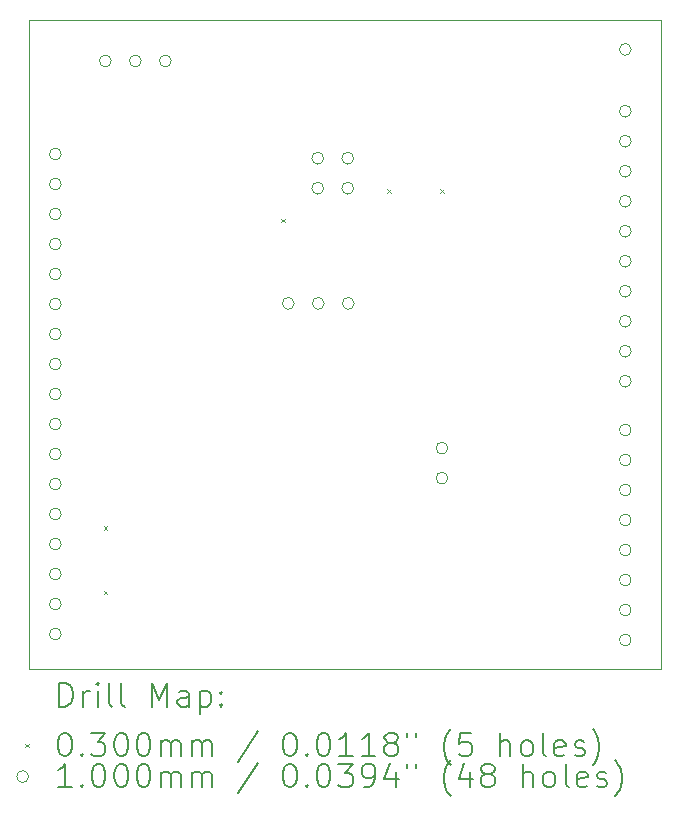
<source format=gbr>
%TF.GenerationSoftware,KiCad,Pcbnew,8.0.5*%
%TF.CreationDate,2024-10-30T21:55:21+01:00*%
%TF.ProjectId,p_ytka,70427974-6b61-42e6-9b69-6361645f7063,rev?*%
%TF.SameCoordinates,Original*%
%TF.FileFunction,Drillmap*%
%TF.FilePolarity,Positive*%
%FSLAX45Y45*%
G04 Gerber Fmt 4.5, Leading zero omitted, Abs format (unit mm)*
G04 Created by KiCad (PCBNEW 8.0.5) date 2024-10-30 21:55:21*
%MOMM*%
%LPD*%
G01*
G04 APERTURE LIST*
%ADD10C,0.050000*%
%ADD11C,0.200000*%
%ADD12C,0.100000*%
G04 APERTURE END LIST*
D10*
X10250000Y-4800000D02*
X15600000Y-4800000D01*
X15600000Y-10300000D01*
X10250000Y-10300000D01*
X10250000Y-4800000D01*
D11*
D12*
X10885000Y-9085000D02*
X10915000Y-9115000D01*
X10915000Y-9085000D02*
X10885000Y-9115000D01*
X10885000Y-9631250D02*
X10915000Y-9661250D01*
X10915000Y-9631250D02*
X10885000Y-9661250D01*
X12385000Y-6485000D02*
X12415000Y-6515000D01*
X12415000Y-6485000D02*
X12385000Y-6515000D01*
X13285000Y-6235000D02*
X13315000Y-6265000D01*
X13315000Y-6235000D02*
X13285000Y-6265000D01*
X13735000Y-6235000D02*
X13765000Y-6265000D01*
X13765000Y-6235000D02*
X13735000Y-6265000D01*
X10524000Y-5936000D02*
G75*
G02*
X10424000Y-5936000I-50000J0D01*
G01*
X10424000Y-5936000D02*
G75*
G02*
X10524000Y-5936000I50000J0D01*
G01*
X10524000Y-6190000D02*
G75*
G02*
X10424000Y-6190000I-50000J0D01*
G01*
X10424000Y-6190000D02*
G75*
G02*
X10524000Y-6190000I50000J0D01*
G01*
X10524000Y-6444000D02*
G75*
G02*
X10424000Y-6444000I-50000J0D01*
G01*
X10424000Y-6444000D02*
G75*
G02*
X10524000Y-6444000I50000J0D01*
G01*
X10524000Y-6698000D02*
G75*
G02*
X10424000Y-6698000I-50000J0D01*
G01*
X10424000Y-6698000D02*
G75*
G02*
X10524000Y-6698000I50000J0D01*
G01*
X10524000Y-6952000D02*
G75*
G02*
X10424000Y-6952000I-50000J0D01*
G01*
X10424000Y-6952000D02*
G75*
G02*
X10524000Y-6952000I50000J0D01*
G01*
X10524000Y-7206000D02*
G75*
G02*
X10424000Y-7206000I-50000J0D01*
G01*
X10424000Y-7206000D02*
G75*
G02*
X10524000Y-7206000I50000J0D01*
G01*
X10524000Y-7460000D02*
G75*
G02*
X10424000Y-7460000I-50000J0D01*
G01*
X10424000Y-7460000D02*
G75*
G02*
X10524000Y-7460000I50000J0D01*
G01*
X10524000Y-7714000D02*
G75*
G02*
X10424000Y-7714000I-50000J0D01*
G01*
X10424000Y-7714000D02*
G75*
G02*
X10524000Y-7714000I50000J0D01*
G01*
X10524000Y-7968000D02*
G75*
G02*
X10424000Y-7968000I-50000J0D01*
G01*
X10424000Y-7968000D02*
G75*
G02*
X10524000Y-7968000I50000J0D01*
G01*
X10524000Y-8222000D02*
G75*
G02*
X10424000Y-8222000I-50000J0D01*
G01*
X10424000Y-8222000D02*
G75*
G02*
X10524000Y-8222000I50000J0D01*
G01*
X10524000Y-8476000D02*
G75*
G02*
X10424000Y-8476000I-50000J0D01*
G01*
X10424000Y-8476000D02*
G75*
G02*
X10524000Y-8476000I50000J0D01*
G01*
X10524000Y-8730000D02*
G75*
G02*
X10424000Y-8730000I-50000J0D01*
G01*
X10424000Y-8730000D02*
G75*
G02*
X10524000Y-8730000I50000J0D01*
G01*
X10524000Y-8984000D02*
G75*
G02*
X10424000Y-8984000I-50000J0D01*
G01*
X10424000Y-8984000D02*
G75*
G02*
X10524000Y-8984000I50000J0D01*
G01*
X10524000Y-9238000D02*
G75*
G02*
X10424000Y-9238000I-50000J0D01*
G01*
X10424000Y-9238000D02*
G75*
G02*
X10524000Y-9238000I50000J0D01*
G01*
X10524000Y-9492000D02*
G75*
G02*
X10424000Y-9492000I-50000J0D01*
G01*
X10424000Y-9492000D02*
G75*
G02*
X10524000Y-9492000I50000J0D01*
G01*
X10524000Y-9746000D02*
G75*
G02*
X10424000Y-9746000I-50000J0D01*
G01*
X10424000Y-9746000D02*
G75*
G02*
X10524000Y-9746000I50000J0D01*
G01*
X10524000Y-10000000D02*
G75*
G02*
X10424000Y-10000000I-50000J0D01*
G01*
X10424000Y-10000000D02*
G75*
G02*
X10524000Y-10000000I50000J0D01*
G01*
X10947500Y-5147400D02*
G75*
G02*
X10847500Y-5147400I-50000J0D01*
G01*
X10847500Y-5147400D02*
G75*
G02*
X10947500Y-5147400I50000J0D01*
G01*
X11201500Y-5147400D02*
G75*
G02*
X11101500Y-5147400I-50000J0D01*
G01*
X11101500Y-5147400D02*
G75*
G02*
X11201500Y-5147400I50000J0D01*
G01*
X11455500Y-5147400D02*
G75*
G02*
X11355500Y-5147400I-50000J0D01*
G01*
X11355500Y-5147400D02*
G75*
G02*
X11455500Y-5147400I50000J0D01*
G01*
X12496000Y-7200000D02*
G75*
G02*
X12396000Y-7200000I-50000J0D01*
G01*
X12396000Y-7200000D02*
G75*
G02*
X12496000Y-7200000I50000J0D01*
G01*
X12746000Y-5971000D02*
G75*
G02*
X12646000Y-5971000I-50000J0D01*
G01*
X12646000Y-5971000D02*
G75*
G02*
X12746000Y-5971000I50000J0D01*
G01*
X12746000Y-6225000D02*
G75*
G02*
X12646000Y-6225000I-50000J0D01*
G01*
X12646000Y-6225000D02*
G75*
G02*
X12746000Y-6225000I50000J0D01*
G01*
X12750000Y-7200000D02*
G75*
G02*
X12650000Y-7200000I-50000J0D01*
G01*
X12650000Y-7200000D02*
G75*
G02*
X12750000Y-7200000I50000J0D01*
G01*
X13000000Y-5971000D02*
G75*
G02*
X12900000Y-5971000I-50000J0D01*
G01*
X12900000Y-5971000D02*
G75*
G02*
X13000000Y-5971000I50000J0D01*
G01*
X13000000Y-6225000D02*
G75*
G02*
X12900000Y-6225000I-50000J0D01*
G01*
X12900000Y-6225000D02*
G75*
G02*
X13000000Y-6225000I50000J0D01*
G01*
X13004000Y-7200000D02*
G75*
G02*
X12904000Y-7200000I-50000J0D01*
G01*
X12904000Y-7200000D02*
G75*
G02*
X13004000Y-7200000I50000J0D01*
G01*
X13797500Y-8425000D02*
G75*
G02*
X13697500Y-8425000I-50000J0D01*
G01*
X13697500Y-8425000D02*
G75*
G02*
X13797500Y-8425000I50000J0D01*
G01*
X13797500Y-8679000D02*
G75*
G02*
X13697500Y-8679000I-50000J0D01*
G01*
X13697500Y-8679000D02*
G75*
G02*
X13797500Y-8679000I50000J0D01*
G01*
X15350000Y-5050000D02*
G75*
G02*
X15250000Y-5050000I-50000J0D01*
G01*
X15250000Y-5050000D02*
G75*
G02*
X15350000Y-5050000I50000J0D01*
G01*
X15350000Y-5573000D02*
G75*
G02*
X15250000Y-5573000I-50000J0D01*
G01*
X15250000Y-5573000D02*
G75*
G02*
X15350000Y-5573000I50000J0D01*
G01*
X15350000Y-5827000D02*
G75*
G02*
X15250000Y-5827000I-50000J0D01*
G01*
X15250000Y-5827000D02*
G75*
G02*
X15350000Y-5827000I50000J0D01*
G01*
X15350000Y-6081000D02*
G75*
G02*
X15250000Y-6081000I-50000J0D01*
G01*
X15250000Y-6081000D02*
G75*
G02*
X15350000Y-6081000I50000J0D01*
G01*
X15350000Y-6335000D02*
G75*
G02*
X15250000Y-6335000I-50000J0D01*
G01*
X15250000Y-6335000D02*
G75*
G02*
X15350000Y-6335000I50000J0D01*
G01*
X15350000Y-6589000D02*
G75*
G02*
X15250000Y-6589000I-50000J0D01*
G01*
X15250000Y-6589000D02*
G75*
G02*
X15350000Y-6589000I50000J0D01*
G01*
X15350000Y-6843000D02*
G75*
G02*
X15250000Y-6843000I-50000J0D01*
G01*
X15250000Y-6843000D02*
G75*
G02*
X15350000Y-6843000I50000J0D01*
G01*
X15350000Y-7097000D02*
G75*
G02*
X15250000Y-7097000I-50000J0D01*
G01*
X15250000Y-7097000D02*
G75*
G02*
X15350000Y-7097000I50000J0D01*
G01*
X15350000Y-7351000D02*
G75*
G02*
X15250000Y-7351000I-50000J0D01*
G01*
X15250000Y-7351000D02*
G75*
G02*
X15350000Y-7351000I50000J0D01*
G01*
X15350000Y-7605000D02*
G75*
G02*
X15250000Y-7605000I-50000J0D01*
G01*
X15250000Y-7605000D02*
G75*
G02*
X15350000Y-7605000I50000J0D01*
G01*
X15350000Y-7859000D02*
G75*
G02*
X15250000Y-7859000I-50000J0D01*
G01*
X15250000Y-7859000D02*
G75*
G02*
X15350000Y-7859000I50000J0D01*
G01*
X15350000Y-8272000D02*
G75*
G02*
X15250000Y-8272000I-50000J0D01*
G01*
X15250000Y-8272000D02*
G75*
G02*
X15350000Y-8272000I50000J0D01*
G01*
X15350000Y-8526000D02*
G75*
G02*
X15250000Y-8526000I-50000J0D01*
G01*
X15250000Y-8526000D02*
G75*
G02*
X15350000Y-8526000I50000J0D01*
G01*
X15350000Y-8780000D02*
G75*
G02*
X15250000Y-8780000I-50000J0D01*
G01*
X15250000Y-8780000D02*
G75*
G02*
X15350000Y-8780000I50000J0D01*
G01*
X15350000Y-9034000D02*
G75*
G02*
X15250000Y-9034000I-50000J0D01*
G01*
X15250000Y-9034000D02*
G75*
G02*
X15350000Y-9034000I50000J0D01*
G01*
X15350000Y-9288000D02*
G75*
G02*
X15250000Y-9288000I-50000J0D01*
G01*
X15250000Y-9288000D02*
G75*
G02*
X15350000Y-9288000I50000J0D01*
G01*
X15350000Y-9542000D02*
G75*
G02*
X15250000Y-9542000I-50000J0D01*
G01*
X15250000Y-9542000D02*
G75*
G02*
X15350000Y-9542000I50000J0D01*
G01*
X15350000Y-9796000D02*
G75*
G02*
X15250000Y-9796000I-50000J0D01*
G01*
X15250000Y-9796000D02*
G75*
G02*
X15350000Y-9796000I50000J0D01*
G01*
X15350000Y-10050000D02*
G75*
G02*
X15250000Y-10050000I-50000J0D01*
G01*
X15250000Y-10050000D02*
G75*
G02*
X15350000Y-10050000I50000J0D01*
G01*
D11*
X10508277Y-10613984D02*
X10508277Y-10413984D01*
X10508277Y-10413984D02*
X10555896Y-10413984D01*
X10555896Y-10413984D02*
X10584467Y-10423508D01*
X10584467Y-10423508D02*
X10603515Y-10442555D01*
X10603515Y-10442555D02*
X10613039Y-10461603D01*
X10613039Y-10461603D02*
X10622563Y-10499698D01*
X10622563Y-10499698D02*
X10622563Y-10528270D01*
X10622563Y-10528270D02*
X10613039Y-10566365D01*
X10613039Y-10566365D02*
X10603515Y-10585412D01*
X10603515Y-10585412D02*
X10584467Y-10604460D01*
X10584467Y-10604460D02*
X10555896Y-10613984D01*
X10555896Y-10613984D02*
X10508277Y-10613984D01*
X10708277Y-10613984D02*
X10708277Y-10480650D01*
X10708277Y-10518746D02*
X10717801Y-10499698D01*
X10717801Y-10499698D02*
X10727324Y-10490174D01*
X10727324Y-10490174D02*
X10746372Y-10480650D01*
X10746372Y-10480650D02*
X10765420Y-10480650D01*
X10832086Y-10613984D02*
X10832086Y-10480650D01*
X10832086Y-10413984D02*
X10822563Y-10423508D01*
X10822563Y-10423508D02*
X10832086Y-10433031D01*
X10832086Y-10433031D02*
X10841610Y-10423508D01*
X10841610Y-10423508D02*
X10832086Y-10413984D01*
X10832086Y-10413984D02*
X10832086Y-10433031D01*
X10955896Y-10613984D02*
X10936848Y-10604460D01*
X10936848Y-10604460D02*
X10927324Y-10585412D01*
X10927324Y-10585412D02*
X10927324Y-10413984D01*
X11060658Y-10613984D02*
X11041610Y-10604460D01*
X11041610Y-10604460D02*
X11032086Y-10585412D01*
X11032086Y-10585412D02*
X11032086Y-10413984D01*
X11289229Y-10613984D02*
X11289229Y-10413984D01*
X11289229Y-10413984D02*
X11355896Y-10556841D01*
X11355896Y-10556841D02*
X11422562Y-10413984D01*
X11422562Y-10413984D02*
X11422562Y-10613984D01*
X11603515Y-10613984D02*
X11603515Y-10509222D01*
X11603515Y-10509222D02*
X11593991Y-10490174D01*
X11593991Y-10490174D02*
X11574943Y-10480650D01*
X11574943Y-10480650D02*
X11536848Y-10480650D01*
X11536848Y-10480650D02*
X11517801Y-10490174D01*
X11603515Y-10604460D02*
X11584467Y-10613984D01*
X11584467Y-10613984D02*
X11536848Y-10613984D01*
X11536848Y-10613984D02*
X11517801Y-10604460D01*
X11517801Y-10604460D02*
X11508277Y-10585412D01*
X11508277Y-10585412D02*
X11508277Y-10566365D01*
X11508277Y-10566365D02*
X11517801Y-10547317D01*
X11517801Y-10547317D02*
X11536848Y-10537793D01*
X11536848Y-10537793D02*
X11584467Y-10537793D01*
X11584467Y-10537793D02*
X11603515Y-10528270D01*
X11698753Y-10480650D02*
X11698753Y-10680650D01*
X11698753Y-10490174D02*
X11717801Y-10480650D01*
X11717801Y-10480650D02*
X11755896Y-10480650D01*
X11755896Y-10480650D02*
X11774943Y-10490174D01*
X11774943Y-10490174D02*
X11784467Y-10499698D01*
X11784467Y-10499698D02*
X11793991Y-10518746D01*
X11793991Y-10518746D02*
X11793991Y-10575889D01*
X11793991Y-10575889D02*
X11784467Y-10594936D01*
X11784467Y-10594936D02*
X11774943Y-10604460D01*
X11774943Y-10604460D02*
X11755896Y-10613984D01*
X11755896Y-10613984D02*
X11717801Y-10613984D01*
X11717801Y-10613984D02*
X11698753Y-10604460D01*
X11879705Y-10594936D02*
X11889229Y-10604460D01*
X11889229Y-10604460D02*
X11879705Y-10613984D01*
X11879705Y-10613984D02*
X11870182Y-10604460D01*
X11870182Y-10604460D02*
X11879705Y-10594936D01*
X11879705Y-10594936D02*
X11879705Y-10613984D01*
X11879705Y-10490174D02*
X11889229Y-10499698D01*
X11889229Y-10499698D02*
X11879705Y-10509222D01*
X11879705Y-10509222D02*
X11870182Y-10499698D01*
X11870182Y-10499698D02*
X11879705Y-10490174D01*
X11879705Y-10490174D02*
X11879705Y-10509222D01*
D12*
X10217500Y-10927500D02*
X10247500Y-10957500D01*
X10247500Y-10927500D02*
X10217500Y-10957500D01*
D11*
X10546372Y-10833984D02*
X10565420Y-10833984D01*
X10565420Y-10833984D02*
X10584467Y-10843508D01*
X10584467Y-10843508D02*
X10593991Y-10853031D01*
X10593991Y-10853031D02*
X10603515Y-10872079D01*
X10603515Y-10872079D02*
X10613039Y-10910174D01*
X10613039Y-10910174D02*
X10613039Y-10957793D01*
X10613039Y-10957793D02*
X10603515Y-10995889D01*
X10603515Y-10995889D02*
X10593991Y-11014936D01*
X10593991Y-11014936D02*
X10584467Y-11024460D01*
X10584467Y-11024460D02*
X10565420Y-11033984D01*
X10565420Y-11033984D02*
X10546372Y-11033984D01*
X10546372Y-11033984D02*
X10527324Y-11024460D01*
X10527324Y-11024460D02*
X10517801Y-11014936D01*
X10517801Y-11014936D02*
X10508277Y-10995889D01*
X10508277Y-10995889D02*
X10498753Y-10957793D01*
X10498753Y-10957793D02*
X10498753Y-10910174D01*
X10498753Y-10910174D02*
X10508277Y-10872079D01*
X10508277Y-10872079D02*
X10517801Y-10853031D01*
X10517801Y-10853031D02*
X10527324Y-10843508D01*
X10527324Y-10843508D02*
X10546372Y-10833984D01*
X10698753Y-11014936D02*
X10708277Y-11024460D01*
X10708277Y-11024460D02*
X10698753Y-11033984D01*
X10698753Y-11033984D02*
X10689229Y-11024460D01*
X10689229Y-11024460D02*
X10698753Y-11014936D01*
X10698753Y-11014936D02*
X10698753Y-11033984D01*
X10774944Y-10833984D02*
X10898753Y-10833984D01*
X10898753Y-10833984D02*
X10832086Y-10910174D01*
X10832086Y-10910174D02*
X10860658Y-10910174D01*
X10860658Y-10910174D02*
X10879705Y-10919698D01*
X10879705Y-10919698D02*
X10889229Y-10929222D01*
X10889229Y-10929222D02*
X10898753Y-10948270D01*
X10898753Y-10948270D02*
X10898753Y-10995889D01*
X10898753Y-10995889D02*
X10889229Y-11014936D01*
X10889229Y-11014936D02*
X10879705Y-11024460D01*
X10879705Y-11024460D02*
X10860658Y-11033984D01*
X10860658Y-11033984D02*
X10803515Y-11033984D01*
X10803515Y-11033984D02*
X10784467Y-11024460D01*
X10784467Y-11024460D02*
X10774944Y-11014936D01*
X11022563Y-10833984D02*
X11041610Y-10833984D01*
X11041610Y-10833984D02*
X11060658Y-10843508D01*
X11060658Y-10843508D02*
X11070182Y-10853031D01*
X11070182Y-10853031D02*
X11079705Y-10872079D01*
X11079705Y-10872079D02*
X11089229Y-10910174D01*
X11089229Y-10910174D02*
X11089229Y-10957793D01*
X11089229Y-10957793D02*
X11079705Y-10995889D01*
X11079705Y-10995889D02*
X11070182Y-11014936D01*
X11070182Y-11014936D02*
X11060658Y-11024460D01*
X11060658Y-11024460D02*
X11041610Y-11033984D01*
X11041610Y-11033984D02*
X11022563Y-11033984D01*
X11022563Y-11033984D02*
X11003515Y-11024460D01*
X11003515Y-11024460D02*
X10993991Y-11014936D01*
X10993991Y-11014936D02*
X10984467Y-10995889D01*
X10984467Y-10995889D02*
X10974944Y-10957793D01*
X10974944Y-10957793D02*
X10974944Y-10910174D01*
X10974944Y-10910174D02*
X10984467Y-10872079D01*
X10984467Y-10872079D02*
X10993991Y-10853031D01*
X10993991Y-10853031D02*
X11003515Y-10843508D01*
X11003515Y-10843508D02*
X11022563Y-10833984D01*
X11213039Y-10833984D02*
X11232086Y-10833984D01*
X11232086Y-10833984D02*
X11251134Y-10843508D01*
X11251134Y-10843508D02*
X11260658Y-10853031D01*
X11260658Y-10853031D02*
X11270182Y-10872079D01*
X11270182Y-10872079D02*
X11279705Y-10910174D01*
X11279705Y-10910174D02*
X11279705Y-10957793D01*
X11279705Y-10957793D02*
X11270182Y-10995889D01*
X11270182Y-10995889D02*
X11260658Y-11014936D01*
X11260658Y-11014936D02*
X11251134Y-11024460D01*
X11251134Y-11024460D02*
X11232086Y-11033984D01*
X11232086Y-11033984D02*
X11213039Y-11033984D01*
X11213039Y-11033984D02*
X11193991Y-11024460D01*
X11193991Y-11024460D02*
X11184467Y-11014936D01*
X11184467Y-11014936D02*
X11174944Y-10995889D01*
X11174944Y-10995889D02*
X11165420Y-10957793D01*
X11165420Y-10957793D02*
X11165420Y-10910174D01*
X11165420Y-10910174D02*
X11174944Y-10872079D01*
X11174944Y-10872079D02*
X11184467Y-10853031D01*
X11184467Y-10853031D02*
X11193991Y-10843508D01*
X11193991Y-10843508D02*
X11213039Y-10833984D01*
X11365420Y-11033984D02*
X11365420Y-10900650D01*
X11365420Y-10919698D02*
X11374943Y-10910174D01*
X11374943Y-10910174D02*
X11393991Y-10900650D01*
X11393991Y-10900650D02*
X11422563Y-10900650D01*
X11422563Y-10900650D02*
X11441610Y-10910174D01*
X11441610Y-10910174D02*
X11451134Y-10929222D01*
X11451134Y-10929222D02*
X11451134Y-11033984D01*
X11451134Y-10929222D02*
X11460658Y-10910174D01*
X11460658Y-10910174D02*
X11479705Y-10900650D01*
X11479705Y-10900650D02*
X11508277Y-10900650D01*
X11508277Y-10900650D02*
X11527324Y-10910174D01*
X11527324Y-10910174D02*
X11536848Y-10929222D01*
X11536848Y-10929222D02*
X11536848Y-11033984D01*
X11632086Y-11033984D02*
X11632086Y-10900650D01*
X11632086Y-10919698D02*
X11641610Y-10910174D01*
X11641610Y-10910174D02*
X11660658Y-10900650D01*
X11660658Y-10900650D02*
X11689229Y-10900650D01*
X11689229Y-10900650D02*
X11708277Y-10910174D01*
X11708277Y-10910174D02*
X11717801Y-10929222D01*
X11717801Y-10929222D02*
X11717801Y-11033984D01*
X11717801Y-10929222D02*
X11727324Y-10910174D01*
X11727324Y-10910174D02*
X11746372Y-10900650D01*
X11746372Y-10900650D02*
X11774943Y-10900650D01*
X11774943Y-10900650D02*
X11793991Y-10910174D01*
X11793991Y-10910174D02*
X11803515Y-10929222D01*
X11803515Y-10929222D02*
X11803515Y-11033984D01*
X12193991Y-10824460D02*
X12022563Y-11081603D01*
X12451134Y-10833984D02*
X12470182Y-10833984D01*
X12470182Y-10833984D02*
X12489229Y-10843508D01*
X12489229Y-10843508D02*
X12498753Y-10853031D01*
X12498753Y-10853031D02*
X12508277Y-10872079D01*
X12508277Y-10872079D02*
X12517801Y-10910174D01*
X12517801Y-10910174D02*
X12517801Y-10957793D01*
X12517801Y-10957793D02*
X12508277Y-10995889D01*
X12508277Y-10995889D02*
X12498753Y-11014936D01*
X12498753Y-11014936D02*
X12489229Y-11024460D01*
X12489229Y-11024460D02*
X12470182Y-11033984D01*
X12470182Y-11033984D02*
X12451134Y-11033984D01*
X12451134Y-11033984D02*
X12432086Y-11024460D01*
X12432086Y-11024460D02*
X12422563Y-11014936D01*
X12422563Y-11014936D02*
X12413039Y-10995889D01*
X12413039Y-10995889D02*
X12403515Y-10957793D01*
X12403515Y-10957793D02*
X12403515Y-10910174D01*
X12403515Y-10910174D02*
X12413039Y-10872079D01*
X12413039Y-10872079D02*
X12422563Y-10853031D01*
X12422563Y-10853031D02*
X12432086Y-10843508D01*
X12432086Y-10843508D02*
X12451134Y-10833984D01*
X12603515Y-11014936D02*
X12613039Y-11024460D01*
X12613039Y-11024460D02*
X12603515Y-11033984D01*
X12603515Y-11033984D02*
X12593991Y-11024460D01*
X12593991Y-11024460D02*
X12603515Y-11014936D01*
X12603515Y-11014936D02*
X12603515Y-11033984D01*
X12736848Y-10833984D02*
X12755896Y-10833984D01*
X12755896Y-10833984D02*
X12774944Y-10843508D01*
X12774944Y-10843508D02*
X12784467Y-10853031D01*
X12784467Y-10853031D02*
X12793991Y-10872079D01*
X12793991Y-10872079D02*
X12803515Y-10910174D01*
X12803515Y-10910174D02*
X12803515Y-10957793D01*
X12803515Y-10957793D02*
X12793991Y-10995889D01*
X12793991Y-10995889D02*
X12784467Y-11014936D01*
X12784467Y-11014936D02*
X12774944Y-11024460D01*
X12774944Y-11024460D02*
X12755896Y-11033984D01*
X12755896Y-11033984D02*
X12736848Y-11033984D01*
X12736848Y-11033984D02*
X12717801Y-11024460D01*
X12717801Y-11024460D02*
X12708277Y-11014936D01*
X12708277Y-11014936D02*
X12698753Y-10995889D01*
X12698753Y-10995889D02*
X12689229Y-10957793D01*
X12689229Y-10957793D02*
X12689229Y-10910174D01*
X12689229Y-10910174D02*
X12698753Y-10872079D01*
X12698753Y-10872079D02*
X12708277Y-10853031D01*
X12708277Y-10853031D02*
X12717801Y-10843508D01*
X12717801Y-10843508D02*
X12736848Y-10833984D01*
X12993991Y-11033984D02*
X12879706Y-11033984D01*
X12936848Y-11033984D02*
X12936848Y-10833984D01*
X12936848Y-10833984D02*
X12917801Y-10862555D01*
X12917801Y-10862555D02*
X12898753Y-10881603D01*
X12898753Y-10881603D02*
X12879706Y-10891127D01*
X13184467Y-11033984D02*
X13070182Y-11033984D01*
X13127325Y-11033984D02*
X13127325Y-10833984D01*
X13127325Y-10833984D02*
X13108277Y-10862555D01*
X13108277Y-10862555D02*
X13089229Y-10881603D01*
X13089229Y-10881603D02*
X13070182Y-10891127D01*
X13298753Y-10919698D02*
X13279706Y-10910174D01*
X13279706Y-10910174D02*
X13270182Y-10900650D01*
X13270182Y-10900650D02*
X13260658Y-10881603D01*
X13260658Y-10881603D02*
X13260658Y-10872079D01*
X13260658Y-10872079D02*
X13270182Y-10853031D01*
X13270182Y-10853031D02*
X13279706Y-10843508D01*
X13279706Y-10843508D02*
X13298753Y-10833984D01*
X13298753Y-10833984D02*
X13336848Y-10833984D01*
X13336848Y-10833984D02*
X13355896Y-10843508D01*
X13355896Y-10843508D02*
X13365420Y-10853031D01*
X13365420Y-10853031D02*
X13374944Y-10872079D01*
X13374944Y-10872079D02*
X13374944Y-10881603D01*
X13374944Y-10881603D02*
X13365420Y-10900650D01*
X13365420Y-10900650D02*
X13355896Y-10910174D01*
X13355896Y-10910174D02*
X13336848Y-10919698D01*
X13336848Y-10919698D02*
X13298753Y-10919698D01*
X13298753Y-10919698D02*
X13279706Y-10929222D01*
X13279706Y-10929222D02*
X13270182Y-10938746D01*
X13270182Y-10938746D02*
X13260658Y-10957793D01*
X13260658Y-10957793D02*
X13260658Y-10995889D01*
X13260658Y-10995889D02*
X13270182Y-11014936D01*
X13270182Y-11014936D02*
X13279706Y-11024460D01*
X13279706Y-11024460D02*
X13298753Y-11033984D01*
X13298753Y-11033984D02*
X13336848Y-11033984D01*
X13336848Y-11033984D02*
X13355896Y-11024460D01*
X13355896Y-11024460D02*
X13365420Y-11014936D01*
X13365420Y-11014936D02*
X13374944Y-10995889D01*
X13374944Y-10995889D02*
X13374944Y-10957793D01*
X13374944Y-10957793D02*
X13365420Y-10938746D01*
X13365420Y-10938746D02*
X13355896Y-10929222D01*
X13355896Y-10929222D02*
X13336848Y-10919698D01*
X13451134Y-10833984D02*
X13451134Y-10872079D01*
X13527325Y-10833984D02*
X13527325Y-10872079D01*
X13822563Y-11110174D02*
X13813039Y-11100650D01*
X13813039Y-11100650D02*
X13793991Y-11072079D01*
X13793991Y-11072079D02*
X13784468Y-11053031D01*
X13784468Y-11053031D02*
X13774944Y-11024460D01*
X13774944Y-11024460D02*
X13765420Y-10976841D01*
X13765420Y-10976841D02*
X13765420Y-10938746D01*
X13765420Y-10938746D02*
X13774944Y-10891127D01*
X13774944Y-10891127D02*
X13784468Y-10862555D01*
X13784468Y-10862555D02*
X13793991Y-10843508D01*
X13793991Y-10843508D02*
X13813039Y-10814936D01*
X13813039Y-10814936D02*
X13822563Y-10805412D01*
X13993991Y-10833984D02*
X13898753Y-10833984D01*
X13898753Y-10833984D02*
X13889229Y-10929222D01*
X13889229Y-10929222D02*
X13898753Y-10919698D01*
X13898753Y-10919698D02*
X13917801Y-10910174D01*
X13917801Y-10910174D02*
X13965420Y-10910174D01*
X13965420Y-10910174D02*
X13984468Y-10919698D01*
X13984468Y-10919698D02*
X13993991Y-10929222D01*
X13993991Y-10929222D02*
X14003515Y-10948270D01*
X14003515Y-10948270D02*
X14003515Y-10995889D01*
X14003515Y-10995889D02*
X13993991Y-11014936D01*
X13993991Y-11014936D02*
X13984468Y-11024460D01*
X13984468Y-11024460D02*
X13965420Y-11033984D01*
X13965420Y-11033984D02*
X13917801Y-11033984D01*
X13917801Y-11033984D02*
X13898753Y-11024460D01*
X13898753Y-11024460D02*
X13889229Y-11014936D01*
X14241610Y-11033984D02*
X14241610Y-10833984D01*
X14327325Y-11033984D02*
X14327325Y-10929222D01*
X14327325Y-10929222D02*
X14317801Y-10910174D01*
X14317801Y-10910174D02*
X14298753Y-10900650D01*
X14298753Y-10900650D02*
X14270182Y-10900650D01*
X14270182Y-10900650D02*
X14251134Y-10910174D01*
X14251134Y-10910174D02*
X14241610Y-10919698D01*
X14451134Y-11033984D02*
X14432087Y-11024460D01*
X14432087Y-11024460D02*
X14422563Y-11014936D01*
X14422563Y-11014936D02*
X14413039Y-10995889D01*
X14413039Y-10995889D02*
X14413039Y-10938746D01*
X14413039Y-10938746D02*
X14422563Y-10919698D01*
X14422563Y-10919698D02*
X14432087Y-10910174D01*
X14432087Y-10910174D02*
X14451134Y-10900650D01*
X14451134Y-10900650D02*
X14479706Y-10900650D01*
X14479706Y-10900650D02*
X14498753Y-10910174D01*
X14498753Y-10910174D02*
X14508277Y-10919698D01*
X14508277Y-10919698D02*
X14517801Y-10938746D01*
X14517801Y-10938746D02*
X14517801Y-10995889D01*
X14517801Y-10995889D02*
X14508277Y-11014936D01*
X14508277Y-11014936D02*
X14498753Y-11024460D01*
X14498753Y-11024460D02*
X14479706Y-11033984D01*
X14479706Y-11033984D02*
X14451134Y-11033984D01*
X14632087Y-11033984D02*
X14613039Y-11024460D01*
X14613039Y-11024460D02*
X14603515Y-11005412D01*
X14603515Y-11005412D02*
X14603515Y-10833984D01*
X14784468Y-11024460D02*
X14765420Y-11033984D01*
X14765420Y-11033984D02*
X14727325Y-11033984D01*
X14727325Y-11033984D02*
X14708277Y-11024460D01*
X14708277Y-11024460D02*
X14698753Y-11005412D01*
X14698753Y-11005412D02*
X14698753Y-10929222D01*
X14698753Y-10929222D02*
X14708277Y-10910174D01*
X14708277Y-10910174D02*
X14727325Y-10900650D01*
X14727325Y-10900650D02*
X14765420Y-10900650D01*
X14765420Y-10900650D02*
X14784468Y-10910174D01*
X14784468Y-10910174D02*
X14793991Y-10929222D01*
X14793991Y-10929222D02*
X14793991Y-10948270D01*
X14793991Y-10948270D02*
X14698753Y-10967317D01*
X14870182Y-11024460D02*
X14889230Y-11033984D01*
X14889230Y-11033984D02*
X14927325Y-11033984D01*
X14927325Y-11033984D02*
X14946372Y-11024460D01*
X14946372Y-11024460D02*
X14955896Y-11005412D01*
X14955896Y-11005412D02*
X14955896Y-10995889D01*
X14955896Y-10995889D02*
X14946372Y-10976841D01*
X14946372Y-10976841D02*
X14927325Y-10967317D01*
X14927325Y-10967317D02*
X14898753Y-10967317D01*
X14898753Y-10967317D02*
X14879706Y-10957793D01*
X14879706Y-10957793D02*
X14870182Y-10938746D01*
X14870182Y-10938746D02*
X14870182Y-10929222D01*
X14870182Y-10929222D02*
X14879706Y-10910174D01*
X14879706Y-10910174D02*
X14898753Y-10900650D01*
X14898753Y-10900650D02*
X14927325Y-10900650D01*
X14927325Y-10900650D02*
X14946372Y-10910174D01*
X15022563Y-11110174D02*
X15032087Y-11100650D01*
X15032087Y-11100650D02*
X15051134Y-11072079D01*
X15051134Y-11072079D02*
X15060658Y-11053031D01*
X15060658Y-11053031D02*
X15070182Y-11024460D01*
X15070182Y-11024460D02*
X15079706Y-10976841D01*
X15079706Y-10976841D02*
X15079706Y-10938746D01*
X15079706Y-10938746D02*
X15070182Y-10891127D01*
X15070182Y-10891127D02*
X15060658Y-10862555D01*
X15060658Y-10862555D02*
X15051134Y-10843508D01*
X15051134Y-10843508D02*
X15032087Y-10814936D01*
X15032087Y-10814936D02*
X15022563Y-10805412D01*
D12*
X10247500Y-11206500D02*
G75*
G02*
X10147500Y-11206500I-50000J0D01*
G01*
X10147500Y-11206500D02*
G75*
G02*
X10247500Y-11206500I50000J0D01*
G01*
D11*
X10613039Y-11297984D02*
X10498753Y-11297984D01*
X10555896Y-11297984D02*
X10555896Y-11097984D01*
X10555896Y-11097984D02*
X10536848Y-11126555D01*
X10536848Y-11126555D02*
X10517801Y-11145603D01*
X10517801Y-11145603D02*
X10498753Y-11155127D01*
X10698753Y-11278936D02*
X10708277Y-11288460D01*
X10708277Y-11288460D02*
X10698753Y-11297984D01*
X10698753Y-11297984D02*
X10689229Y-11288460D01*
X10689229Y-11288460D02*
X10698753Y-11278936D01*
X10698753Y-11278936D02*
X10698753Y-11297984D01*
X10832086Y-11097984D02*
X10851134Y-11097984D01*
X10851134Y-11097984D02*
X10870182Y-11107508D01*
X10870182Y-11107508D02*
X10879705Y-11117031D01*
X10879705Y-11117031D02*
X10889229Y-11136079D01*
X10889229Y-11136079D02*
X10898753Y-11174174D01*
X10898753Y-11174174D02*
X10898753Y-11221793D01*
X10898753Y-11221793D02*
X10889229Y-11259888D01*
X10889229Y-11259888D02*
X10879705Y-11278936D01*
X10879705Y-11278936D02*
X10870182Y-11288460D01*
X10870182Y-11288460D02*
X10851134Y-11297984D01*
X10851134Y-11297984D02*
X10832086Y-11297984D01*
X10832086Y-11297984D02*
X10813039Y-11288460D01*
X10813039Y-11288460D02*
X10803515Y-11278936D01*
X10803515Y-11278936D02*
X10793991Y-11259888D01*
X10793991Y-11259888D02*
X10784467Y-11221793D01*
X10784467Y-11221793D02*
X10784467Y-11174174D01*
X10784467Y-11174174D02*
X10793991Y-11136079D01*
X10793991Y-11136079D02*
X10803515Y-11117031D01*
X10803515Y-11117031D02*
X10813039Y-11107508D01*
X10813039Y-11107508D02*
X10832086Y-11097984D01*
X11022563Y-11097984D02*
X11041610Y-11097984D01*
X11041610Y-11097984D02*
X11060658Y-11107508D01*
X11060658Y-11107508D02*
X11070182Y-11117031D01*
X11070182Y-11117031D02*
X11079705Y-11136079D01*
X11079705Y-11136079D02*
X11089229Y-11174174D01*
X11089229Y-11174174D02*
X11089229Y-11221793D01*
X11089229Y-11221793D02*
X11079705Y-11259888D01*
X11079705Y-11259888D02*
X11070182Y-11278936D01*
X11070182Y-11278936D02*
X11060658Y-11288460D01*
X11060658Y-11288460D02*
X11041610Y-11297984D01*
X11041610Y-11297984D02*
X11022563Y-11297984D01*
X11022563Y-11297984D02*
X11003515Y-11288460D01*
X11003515Y-11288460D02*
X10993991Y-11278936D01*
X10993991Y-11278936D02*
X10984467Y-11259888D01*
X10984467Y-11259888D02*
X10974944Y-11221793D01*
X10974944Y-11221793D02*
X10974944Y-11174174D01*
X10974944Y-11174174D02*
X10984467Y-11136079D01*
X10984467Y-11136079D02*
X10993991Y-11117031D01*
X10993991Y-11117031D02*
X11003515Y-11107508D01*
X11003515Y-11107508D02*
X11022563Y-11097984D01*
X11213039Y-11097984D02*
X11232086Y-11097984D01*
X11232086Y-11097984D02*
X11251134Y-11107508D01*
X11251134Y-11107508D02*
X11260658Y-11117031D01*
X11260658Y-11117031D02*
X11270182Y-11136079D01*
X11270182Y-11136079D02*
X11279705Y-11174174D01*
X11279705Y-11174174D02*
X11279705Y-11221793D01*
X11279705Y-11221793D02*
X11270182Y-11259888D01*
X11270182Y-11259888D02*
X11260658Y-11278936D01*
X11260658Y-11278936D02*
X11251134Y-11288460D01*
X11251134Y-11288460D02*
X11232086Y-11297984D01*
X11232086Y-11297984D02*
X11213039Y-11297984D01*
X11213039Y-11297984D02*
X11193991Y-11288460D01*
X11193991Y-11288460D02*
X11184467Y-11278936D01*
X11184467Y-11278936D02*
X11174944Y-11259888D01*
X11174944Y-11259888D02*
X11165420Y-11221793D01*
X11165420Y-11221793D02*
X11165420Y-11174174D01*
X11165420Y-11174174D02*
X11174944Y-11136079D01*
X11174944Y-11136079D02*
X11184467Y-11117031D01*
X11184467Y-11117031D02*
X11193991Y-11107508D01*
X11193991Y-11107508D02*
X11213039Y-11097984D01*
X11365420Y-11297984D02*
X11365420Y-11164650D01*
X11365420Y-11183698D02*
X11374943Y-11174174D01*
X11374943Y-11174174D02*
X11393991Y-11164650D01*
X11393991Y-11164650D02*
X11422563Y-11164650D01*
X11422563Y-11164650D02*
X11441610Y-11174174D01*
X11441610Y-11174174D02*
X11451134Y-11193222D01*
X11451134Y-11193222D02*
X11451134Y-11297984D01*
X11451134Y-11193222D02*
X11460658Y-11174174D01*
X11460658Y-11174174D02*
X11479705Y-11164650D01*
X11479705Y-11164650D02*
X11508277Y-11164650D01*
X11508277Y-11164650D02*
X11527324Y-11174174D01*
X11527324Y-11174174D02*
X11536848Y-11193222D01*
X11536848Y-11193222D02*
X11536848Y-11297984D01*
X11632086Y-11297984D02*
X11632086Y-11164650D01*
X11632086Y-11183698D02*
X11641610Y-11174174D01*
X11641610Y-11174174D02*
X11660658Y-11164650D01*
X11660658Y-11164650D02*
X11689229Y-11164650D01*
X11689229Y-11164650D02*
X11708277Y-11174174D01*
X11708277Y-11174174D02*
X11717801Y-11193222D01*
X11717801Y-11193222D02*
X11717801Y-11297984D01*
X11717801Y-11193222D02*
X11727324Y-11174174D01*
X11727324Y-11174174D02*
X11746372Y-11164650D01*
X11746372Y-11164650D02*
X11774943Y-11164650D01*
X11774943Y-11164650D02*
X11793991Y-11174174D01*
X11793991Y-11174174D02*
X11803515Y-11193222D01*
X11803515Y-11193222D02*
X11803515Y-11297984D01*
X12193991Y-11088460D02*
X12022563Y-11345603D01*
X12451134Y-11097984D02*
X12470182Y-11097984D01*
X12470182Y-11097984D02*
X12489229Y-11107508D01*
X12489229Y-11107508D02*
X12498753Y-11117031D01*
X12498753Y-11117031D02*
X12508277Y-11136079D01*
X12508277Y-11136079D02*
X12517801Y-11174174D01*
X12517801Y-11174174D02*
X12517801Y-11221793D01*
X12517801Y-11221793D02*
X12508277Y-11259888D01*
X12508277Y-11259888D02*
X12498753Y-11278936D01*
X12498753Y-11278936D02*
X12489229Y-11288460D01*
X12489229Y-11288460D02*
X12470182Y-11297984D01*
X12470182Y-11297984D02*
X12451134Y-11297984D01*
X12451134Y-11297984D02*
X12432086Y-11288460D01*
X12432086Y-11288460D02*
X12422563Y-11278936D01*
X12422563Y-11278936D02*
X12413039Y-11259888D01*
X12413039Y-11259888D02*
X12403515Y-11221793D01*
X12403515Y-11221793D02*
X12403515Y-11174174D01*
X12403515Y-11174174D02*
X12413039Y-11136079D01*
X12413039Y-11136079D02*
X12422563Y-11117031D01*
X12422563Y-11117031D02*
X12432086Y-11107508D01*
X12432086Y-11107508D02*
X12451134Y-11097984D01*
X12603515Y-11278936D02*
X12613039Y-11288460D01*
X12613039Y-11288460D02*
X12603515Y-11297984D01*
X12603515Y-11297984D02*
X12593991Y-11288460D01*
X12593991Y-11288460D02*
X12603515Y-11278936D01*
X12603515Y-11278936D02*
X12603515Y-11297984D01*
X12736848Y-11097984D02*
X12755896Y-11097984D01*
X12755896Y-11097984D02*
X12774944Y-11107508D01*
X12774944Y-11107508D02*
X12784467Y-11117031D01*
X12784467Y-11117031D02*
X12793991Y-11136079D01*
X12793991Y-11136079D02*
X12803515Y-11174174D01*
X12803515Y-11174174D02*
X12803515Y-11221793D01*
X12803515Y-11221793D02*
X12793991Y-11259888D01*
X12793991Y-11259888D02*
X12784467Y-11278936D01*
X12784467Y-11278936D02*
X12774944Y-11288460D01*
X12774944Y-11288460D02*
X12755896Y-11297984D01*
X12755896Y-11297984D02*
X12736848Y-11297984D01*
X12736848Y-11297984D02*
X12717801Y-11288460D01*
X12717801Y-11288460D02*
X12708277Y-11278936D01*
X12708277Y-11278936D02*
X12698753Y-11259888D01*
X12698753Y-11259888D02*
X12689229Y-11221793D01*
X12689229Y-11221793D02*
X12689229Y-11174174D01*
X12689229Y-11174174D02*
X12698753Y-11136079D01*
X12698753Y-11136079D02*
X12708277Y-11117031D01*
X12708277Y-11117031D02*
X12717801Y-11107508D01*
X12717801Y-11107508D02*
X12736848Y-11097984D01*
X12870182Y-11097984D02*
X12993991Y-11097984D01*
X12993991Y-11097984D02*
X12927325Y-11174174D01*
X12927325Y-11174174D02*
X12955896Y-11174174D01*
X12955896Y-11174174D02*
X12974944Y-11183698D01*
X12974944Y-11183698D02*
X12984467Y-11193222D01*
X12984467Y-11193222D02*
X12993991Y-11212269D01*
X12993991Y-11212269D02*
X12993991Y-11259888D01*
X12993991Y-11259888D02*
X12984467Y-11278936D01*
X12984467Y-11278936D02*
X12974944Y-11288460D01*
X12974944Y-11288460D02*
X12955896Y-11297984D01*
X12955896Y-11297984D02*
X12898753Y-11297984D01*
X12898753Y-11297984D02*
X12879706Y-11288460D01*
X12879706Y-11288460D02*
X12870182Y-11278936D01*
X13089229Y-11297984D02*
X13127325Y-11297984D01*
X13127325Y-11297984D02*
X13146372Y-11288460D01*
X13146372Y-11288460D02*
X13155896Y-11278936D01*
X13155896Y-11278936D02*
X13174944Y-11250365D01*
X13174944Y-11250365D02*
X13184467Y-11212269D01*
X13184467Y-11212269D02*
X13184467Y-11136079D01*
X13184467Y-11136079D02*
X13174944Y-11117031D01*
X13174944Y-11117031D02*
X13165420Y-11107508D01*
X13165420Y-11107508D02*
X13146372Y-11097984D01*
X13146372Y-11097984D02*
X13108277Y-11097984D01*
X13108277Y-11097984D02*
X13089229Y-11107508D01*
X13089229Y-11107508D02*
X13079706Y-11117031D01*
X13079706Y-11117031D02*
X13070182Y-11136079D01*
X13070182Y-11136079D02*
X13070182Y-11183698D01*
X13070182Y-11183698D02*
X13079706Y-11202746D01*
X13079706Y-11202746D02*
X13089229Y-11212269D01*
X13089229Y-11212269D02*
X13108277Y-11221793D01*
X13108277Y-11221793D02*
X13146372Y-11221793D01*
X13146372Y-11221793D02*
X13165420Y-11212269D01*
X13165420Y-11212269D02*
X13174944Y-11202746D01*
X13174944Y-11202746D02*
X13184467Y-11183698D01*
X13355896Y-11164650D02*
X13355896Y-11297984D01*
X13308277Y-11088460D02*
X13260658Y-11231317D01*
X13260658Y-11231317D02*
X13384467Y-11231317D01*
X13451134Y-11097984D02*
X13451134Y-11136079D01*
X13527325Y-11097984D02*
X13527325Y-11136079D01*
X13822563Y-11374174D02*
X13813039Y-11364650D01*
X13813039Y-11364650D02*
X13793991Y-11336079D01*
X13793991Y-11336079D02*
X13784468Y-11317031D01*
X13784468Y-11317031D02*
X13774944Y-11288460D01*
X13774944Y-11288460D02*
X13765420Y-11240841D01*
X13765420Y-11240841D02*
X13765420Y-11202746D01*
X13765420Y-11202746D02*
X13774944Y-11155127D01*
X13774944Y-11155127D02*
X13784468Y-11126555D01*
X13784468Y-11126555D02*
X13793991Y-11107508D01*
X13793991Y-11107508D02*
X13813039Y-11078936D01*
X13813039Y-11078936D02*
X13822563Y-11069412D01*
X13984468Y-11164650D02*
X13984468Y-11297984D01*
X13936848Y-11088460D02*
X13889229Y-11231317D01*
X13889229Y-11231317D02*
X14013039Y-11231317D01*
X14117801Y-11183698D02*
X14098753Y-11174174D01*
X14098753Y-11174174D02*
X14089229Y-11164650D01*
X14089229Y-11164650D02*
X14079706Y-11145603D01*
X14079706Y-11145603D02*
X14079706Y-11136079D01*
X14079706Y-11136079D02*
X14089229Y-11117031D01*
X14089229Y-11117031D02*
X14098753Y-11107508D01*
X14098753Y-11107508D02*
X14117801Y-11097984D01*
X14117801Y-11097984D02*
X14155896Y-11097984D01*
X14155896Y-11097984D02*
X14174944Y-11107508D01*
X14174944Y-11107508D02*
X14184468Y-11117031D01*
X14184468Y-11117031D02*
X14193991Y-11136079D01*
X14193991Y-11136079D02*
X14193991Y-11145603D01*
X14193991Y-11145603D02*
X14184468Y-11164650D01*
X14184468Y-11164650D02*
X14174944Y-11174174D01*
X14174944Y-11174174D02*
X14155896Y-11183698D01*
X14155896Y-11183698D02*
X14117801Y-11183698D01*
X14117801Y-11183698D02*
X14098753Y-11193222D01*
X14098753Y-11193222D02*
X14089229Y-11202746D01*
X14089229Y-11202746D02*
X14079706Y-11221793D01*
X14079706Y-11221793D02*
X14079706Y-11259888D01*
X14079706Y-11259888D02*
X14089229Y-11278936D01*
X14089229Y-11278936D02*
X14098753Y-11288460D01*
X14098753Y-11288460D02*
X14117801Y-11297984D01*
X14117801Y-11297984D02*
X14155896Y-11297984D01*
X14155896Y-11297984D02*
X14174944Y-11288460D01*
X14174944Y-11288460D02*
X14184468Y-11278936D01*
X14184468Y-11278936D02*
X14193991Y-11259888D01*
X14193991Y-11259888D02*
X14193991Y-11221793D01*
X14193991Y-11221793D02*
X14184468Y-11202746D01*
X14184468Y-11202746D02*
X14174944Y-11193222D01*
X14174944Y-11193222D02*
X14155896Y-11183698D01*
X14432087Y-11297984D02*
X14432087Y-11097984D01*
X14517801Y-11297984D02*
X14517801Y-11193222D01*
X14517801Y-11193222D02*
X14508277Y-11174174D01*
X14508277Y-11174174D02*
X14489230Y-11164650D01*
X14489230Y-11164650D02*
X14460658Y-11164650D01*
X14460658Y-11164650D02*
X14441610Y-11174174D01*
X14441610Y-11174174D02*
X14432087Y-11183698D01*
X14641610Y-11297984D02*
X14622563Y-11288460D01*
X14622563Y-11288460D02*
X14613039Y-11278936D01*
X14613039Y-11278936D02*
X14603515Y-11259888D01*
X14603515Y-11259888D02*
X14603515Y-11202746D01*
X14603515Y-11202746D02*
X14613039Y-11183698D01*
X14613039Y-11183698D02*
X14622563Y-11174174D01*
X14622563Y-11174174D02*
X14641610Y-11164650D01*
X14641610Y-11164650D02*
X14670182Y-11164650D01*
X14670182Y-11164650D02*
X14689230Y-11174174D01*
X14689230Y-11174174D02*
X14698753Y-11183698D01*
X14698753Y-11183698D02*
X14708277Y-11202746D01*
X14708277Y-11202746D02*
X14708277Y-11259888D01*
X14708277Y-11259888D02*
X14698753Y-11278936D01*
X14698753Y-11278936D02*
X14689230Y-11288460D01*
X14689230Y-11288460D02*
X14670182Y-11297984D01*
X14670182Y-11297984D02*
X14641610Y-11297984D01*
X14822563Y-11297984D02*
X14803515Y-11288460D01*
X14803515Y-11288460D02*
X14793991Y-11269412D01*
X14793991Y-11269412D02*
X14793991Y-11097984D01*
X14974944Y-11288460D02*
X14955896Y-11297984D01*
X14955896Y-11297984D02*
X14917801Y-11297984D01*
X14917801Y-11297984D02*
X14898753Y-11288460D01*
X14898753Y-11288460D02*
X14889230Y-11269412D01*
X14889230Y-11269412D02*
X14889230Y-11193222D01*
X14889230Y-11193222D02*
X14898753Y-11174174D01*
X14898753Y-11174174D02*
X14917801Y-11164650D01*
X14917801Y-11164650D02*
X14955896Y-11164650D01*
X14955896Y-11164650D02*
X14974944Y-11174174D01*
X14974944Y-11174174D02*
X14984468Y-11193222D01*
X14984468Y-11193222D02*
X14984468Y-11212269D01*
X14984468Y-11212269D02*
X14889230Y-11231317D01*
X15060658Y-11288460D02*
X15079706Y-11297984D01*
X15079706Y-11297984D02*
X15117801Y-11297984D01*
X15117801Y-11297984D02*
X15136849Y-11288460D01*
X15136849Y-11288460D02*
X15146372Y-11269412D01*
X15146372Y-11269412D02*
X15146372Y-11259888D01*
X15146372Y-11259888D02*
X15136849Y-11240841D01*
X15136849Y-11240841D02*
X15117801Y-11231317D01*
X15117801Y-11231317D02*
X15089230Y-11231317D01*
X15089230Y-11231317D02*
X15070182Y-11221793D01*
X15070182Y-11221793D02*
X15060658Y-11202746D01*
X15060658Y-11202746D02*
X15060658Y-11193222D01*
X15060658Y-11193222D02*
X15070182Y-11174174D01*
X15070182Y-11174174D02*
X15089230Y-11164650D01*
X15089230Y-11164650D02*
X15117801Y-11164650D01*
X15117801Y-11164650D02*
X15136849Y-11174174D01*
X15213039Y-11374174D02*
X15222563Y-11364650D01*
X15222563Y-11364650D02*
X15241611Y-11336079D01*
X15241611Y-11336079D02*
X15251134Y-11317031D01*
X15251134Y-11317031D02*
X15260658Y-11288460D01*
X15260658Y-11288460D02*
X15270182Y-11240841D01*
X15270182Y-11240841D02*
X15270182Y-11202746D01*
X15270182Y-11202746D02*
X15260658Y-11155127D01*
X15260658Y-11155127D02*
X15251134Y-11126555D01*
X15251134Y-11126555D02*
X15241611Y-11107508D01*
X15241611Y-11107508D02*
X15222563Y-11078936D01*
X15222563Y-11078936D02*
X15213039Y-11069412D01*
M02*

</source>
